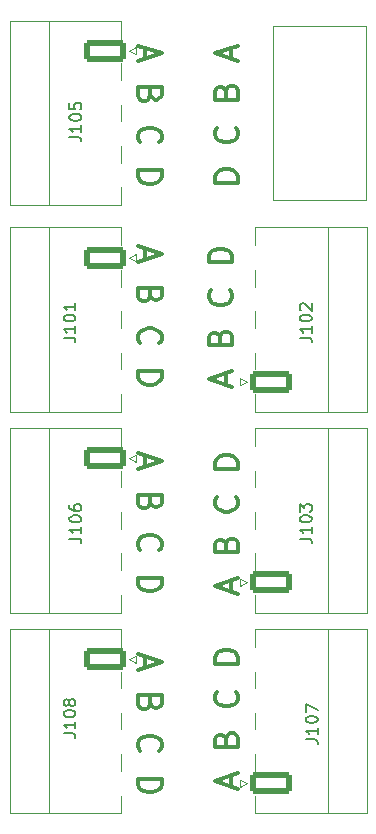
<source format=gbr>
%TF.GenerationSoftware,KiCad,Pcbnew,8.0.2*%
%TF.CreationDate,2024-09-06T00:12:25+02:00*%
%TF.ProjectId,splitX_pluggable_4p,73706c69-7458-45f7-906c-75676761626c,rev?*%
%TF.SameCoordinates,Original*%
%TF.FileFunction,Legend,Top*%
%TF.FilePolarity,Positive*%
%FSLAX46Y46*%
G04 Gerber Fmt 4.6, Leading zero omitted, Abs format (unit mm)*
G04 Created by KiCad (PCBNEW 8.0.2) date 2024-09-06 00:12:25*
%MOMM*%
%LPD*%
G01*
G04 APERTURE LIST*
G04 Aperture macros list*
%AMRoundRect*
0 Rectangle with rounded corners*
0 $1 Rounding radius*
0 $2 $3 $4 $5 $6 $7 $8 $9 X,Y pos of 4 corners*
0 Add a 4 corners polygon primitive as box body*
4,1,4,$2,$3,$4,$5,$6,$7,$8,$9,$2,$3,0*
0 Add four circle primitives for the rounded corners*
1,1,$1+$1,$2,$3*
1,1,$1+$1,$4,$5*
1,1,$1+$1,$6,$7*
1,1,$1+$1,$8,$9*
0 Add four rect primitives between the rounded corners*
20,1,$1+$1,$2,$3,$4,$5,0*
20,1,$1+$1,$4,$5,$6,$7,0*
20,1,$1+$1,$6,$7,$8,$9,0*
20,1,$1+$1,$8,$9,$2,$3,0*%
G04 Aperture macros list end*
%ADD10C,0.300000*%
%ADD11C,0.150000*%
%ADD12C,0.120000*%
%ADD13C,0.100000*%
%ADD14C,3.200000*%
%ADD15RoundRect,0.250000X-1.550000X0.650000X-1.550000X-0.650000X1.550000X-0.650000X1.550000X0.650000X0*%
%ADD16O,3.600000X1.800000*%
%ADD17RoundRect,0.250000X1.550000X-0.650000X1.550000X0.650000X-1.550000X0.650000X-1.550000X-0.650000X0*%
%ADD18C,2.200000*%
G04 APERTURE END LIST*
D10*
X94331790Y-47238094D02*
X94331790Y-48190475D01*
X93760361Y-47047618D02*
X95760361Y-47714284D01*
X95760361Y-47714284D02*
X93760361Y-48380951D01*
X94807980Y-51238095D02*
X94712742Y-51523809D01*
X94712742Y-51523809D02*
X94617504Y-51619047D01*
X94617504Y-51619047D02*
X94427028Y-51714285D01*
X94427028Y-51714285D02*
X94141314Y-51714285D01*
X94141314Y-51714285D02*
X93950838Y-51619047D01*
X93950838Y-51619047D02*
X93855600Y-51523809D01*
X93855600Y-51523809D02*
X93760361Y-51333333D01*
X93760361Y-51333333D02*
X93760361Y-50571428D01*
X93760361Y-50571428D02*
X95760361Y-50571428D01*
X95760361Y-50571428D02*
X95760361Y-51238095D01*
X95760361Y-51238095D02*
X95665123Y-51428571D01*
X95665123Y-51428571D02*
X95569885Y-51523809D01*
X95569885Y-51523809D02*
X95379409Y-51619047D01*
X95379409Y-51619047D02*
X95188933Y-51619047D01*
X95188933Y-51619047D02*
X94998457Y-51523809D01*
X94998457Y-51523809D02*
X94903219Y-51428571D01*
X94903219Y-51428571D02*
X94807980Y-51238095D01*
X94807980Y-51238095D02*
X94807980Y-50571428D01*
X93950838Y-55238095D02*
X93855600Y-55142857D01*
X93855600Y-55142857D02*
X93760361Y-54857143D01*
X93760361Y-54857143D02*
X93760361Y-54666667D01*
X93760361Y-54666667D02*
X93855600Y-54380952D01*
X93855600Y-54380952D02*
X94046076Y-54190476D01*
X94046076Y-54190476D02*
X94236552Y-54095238D01*
X94236552Y-54095238D02*
X94617504Y-54000000D01*
X94617504Y-54000000D02*
X94903219Y-54000000D01*
X94903219Y-54000000D02*
X95284171Y-54095238D01*
X95284171Y-54095238D02*
X95474647Y-54190476D01*
X95474647Y-54190476D02*
X95665123Y-54380952D01*
X95665123Y-54380952D02*
X95760361Y-54666667D01*
X95760361Y-54666667D02*
X95760361Y-54857143D01*
X95760361Y-54857143D02*
X95665123Y-55142857D01*
X95665123Y-55142857D02*
X95569885Y-55238095D01*
X93760361Y-57619048D02*
X95760361Y-57619048D01*
X95760361Y-57619048D02*
X95760361Y-58095238D01*
X95760361Y-58095238D02*
X95665123Y-58380953D01*
X95665123Y-58380953D02*
X95474647Y-58571429D01*
X95474647Y-58571429D02*
X95284171Y-58666667D01*
X95284171Y-58666667D02*
X94903219Y-58761905D01*
X94903219Y-58761905D02*
X94617504Y-58761905D01*
X94617504Y-58761905D02*
X94236552Y-58666667D01*
X94236552Y-58666667D02*
X94046076Y-58571429D01*
X94046076Y-58571429D02*
X93855600Y-58380953D01*
X93855600Y-58380953D02*
X93760361Y-58095238D01*
X93760361Y-58095238D02*
X93760361Y-57619048D01*
X94331790Y-64238094D02*
X94331790Y-65190475D01*
X93760361Y-64047618D02*
X95760361Y-64714284D01*
X95760361Y-64714284D02*
X93760361Y-65380951D01*
X94807980Y-68238095D02*
X94712742Y-68523809D01*
X94712742Y-68523809D02*
X94617504Y-68619047D01*
X94617504Y-68619047D02*
X94427028Y-68714285D01*
X94427028Y-68714285D02*
X94141314Y-68714285D01*
X94141314Y-68714285D02*
X93950838Y-68619047D01*
X93950838Y-68619047D02*
X93855600Y-68523809D01*
X93855600Y-68523809D02*
X93760361Y-68333333D01*
X93760361Y-68333333D02*
X93760361Y-67571428D01*
X93760361Y-67571428D02*
X95760361Y-67571428D01*
X95760361Y-67571428D02*
X95760361Y-68238095D01*
X95760361Y-68238095D02*
X95665123Y-68428571D01*
X95665123Y-68428571D02*
X95569885Y-68523809D01*
X95569885Y-68523809D02*
X95379409Y-68619047D01*
X95379409Y-68619047D02*
X95188933Y-68619047D01*
X95188933Y-68619047D02*
X94998457Y-68523809D01*
X94998457Y-68523809D02*
X94903219Y-68428571D01*
X94903219Y-68428571D02*
X94807980Y-68238095D01*
X94807980Y-68238095D02*
X94807980Y-67571428D01*
X93950838Y-72238095D02*
X93855600Y-72142857D01*
X93855600Y-72142857D02*
X93760361Y-71857143D01*
X93760361Y-71857143D02*
X93760361Y-71666667D01*
X93760361Y-71666667D02*
X93855600Y-71380952D01*
X93855600Y-71380952D02*
X94046076Y-71190476D01*
X94046076Y-71190476D02*
X94236552Y-71095238D01*
X94236552Y-71095238D02*
X94617504Y-71000000D01*
X94617504Y-71000000D02*
X94903219Y-71000000D01*
X94903219Y-71000000D02*
X95284171Y-71095238D01*
X95284171Y-71095238D02*
X95474647Y-71190476D01*
X95474647Y-71190476D02*
X95665123Y-71380952D01*
X95665123Y-71380952D02*
X95760361Y-71666667D01*
X95760361Y-71666667D02*
X95760361Y-71857143D01*
X95760361Y-71857143D02*
X95665123Y-72142857D01*
X95665123Y-72142857D02*
X95569885Y-72238095D01*
X93760361Y-74619048D02*
X95760361Y-74619048D01*
X95760361Y-74619048D02*
X95760361Y-75095238D01*
X95760361Y-75095238D02*
X95665123Y-75380953D01*
X95665123Y-75380953D02*
X95474647Y-75571429D01*
X95474647Y-75571429D02*
X95284171Y-75666667D01*
X95284171Y-75666667D02*
X94903219Y-75761905D01*
X94903219Y-75761905D02*
X94617504Y-75761905D01*
X94617504Y-75761905D02*
X94236552Y-75666667D01*
X94236552Y-75666667D02*
X94046076Y-75571429D01*
X94046076Y-75571429D02*
X93855600Y-75380953D01*
X93855600Y-75380953D02*
X93760361Y-75095238D01*
X93760361Y-75095238D02*
X93760361Y-74619048D01*
X94331790Y-81738094D02*
X94331790Y-82690475D01*
X93760361Y-81547618D02*
X95760361Y-82214284D01*
X95760361Y-82214284D02*
X93760361Y-82880951D01*
X94807980Y-85738095D02*
X94712742Y-86023809D01*
X94712742Y-86023809D02*
X94617504Y-86119047D01*
X94617504Y-86119047D02*
X94427028Y-86214285D01*
X94427028Y-86214285D02*
X94141314Y-86214285D01*
X94141314Y-86214285D02*
X93950838Y-86119047D01*
X93950838Y-86119047D02*
X93855600Y-86023809D01*
X93855600Y-86023809D02*
X93760361Y-85833333D01*
X93760361Y-85833333D02*
X93760361Y-85071428D01*
X93760361Y-85071428D02*
X95760361Y-85071428D01*
X95760361Y-85071428D02*
X95760361Y-85738095D01*
X95760361Y-85738095D02*
X95665123Y-85928571D01*
X95665123Y-85928571D02*
X95569885Y-86023809D01*
X95569885Y-86023809D02*
X95379409Y-86119047D01*
X95379409Y-86119047D02*
X95188933Y-86119047D01*
X95188933Y-86119047D02*
X94998457Y-86023809D01*
X94998457Y-86023809D02*
X94903219Y-85928571D01*
X94903219Y-85928571D02*
X94807980Y-85738095D01*
X94807980Y-85738095D02*
X94807980Y-85071428D01*
X93950838Y-89738095D02*
X93855600Y-89642857D01*
X93855600Y-89642857D02*
X93760361Y-89357143D01*
X93760361Y-89357143D02*
X93760361Y-89166667D01*
X93760361Y-89166667D02*
X93855600Y-88880952D01*
X93855600Y-88880952D02*
X94046076Y-88690476D01*
X94046076Y-88690476D02*
X94236552Y-88595238D01*
X94236552Y-88595238D02*
X94617504Y-88500000D01*
X94617504Y-88500000D02*
X94903219Y-88500000D01*
X94903219Y-88500000D02*
X95284171Y-88595238D01*
X95284171Y-88595238D02*
X95474647Y-88690476D01*
X95474647Y-88690476D02*
X95665123Y-88880952D01*
X95665123Y-88880952D02*
X95760361Y-89166667D01*
X95760361Y-89166667D02*
X95760361Y-89357143D01*
X95760361Y-89357143D02*
X95665123Y-89642857D01*
X95665123Y-89642857D02*
X95569885Y-89738095D01*
X93760361Y-92119048D02*
X95760361Y-92119048D01*
X95760361Y-92119048D02*
X95760361Y-92595238D01*
X95760361Y-92595238D02*
X95665123Y-92880953D01*
X95665123Y-92880953D02*
X95474647Y-93071429D01*
X95474647Y-93071429D02*
X95284171Y-93166667D01*
X95284171Y-93166667D02*
X94903219Y-93261905D01*
X94903219Y-93261905D02*
X94617504Y-93261905D01*
X94617504Y-93261905D02*
X94236552Y-93166667D01*
X94236552Y-93166667D02*
X94046076Y-93071429D01*
X94046076Y-93071429D02*
X93855600Y-92880953D01*
X93855600Y-92880953D02*
X93760361Y-92595238D01*
X93760361Y-92595238D02*
X93760361Y-92119048D01*
X94331790Y-98738094D02*
X94331790Y-99690475D01*
X93760361Y-98547618D02*
X95760361Y-99214284D01*
X95760361Y-99214284D02*
X93760361Y-99880951D01*
X94807980Y-102738095D02*
X94712742Y-103023809D01*
X94712742Y-103023809D02*
X94617504Y-103119047D01*
X94617504Y-103119047D02*
X94427028Y-103214285D01*
X94427028Y-103214285D02*
X94141314Y-103214285D01*
X94141314Y-103214285D02*
X93950838Y-103119047D01*
X93950838Y-103119047D02*
X93855600Y-103023809D01*
X93855600Y-103023809D02*
X93760361Y-102833333D01*
X93760361Y-102833333D02*
X93760361Y-102071428D01*
X93760361Y-102071428D02*
X95760361Y-102071428D01*
X95760361Y-102071428D02*
X95760361Y-102738095D01*
X95760361Y-102738095D02*
X95665123Y-102928571D01*
X95665123Y-102928571D02*
X95569885Y-103023809D01*
X95569885Y-103023809D02*
X95379409Y-103119047D01*
X95379409Y-103119047D02*
X95188933Y-103119047D01*
X95188933Y-103119047D02*
X94998457Y-103023809D01*
X94998457Y-103023809D02*
X94903219Y-102928571D01*
X94903219Y-102928571D02*
X94807980Y-102738095D01*
X94807980Y-102738095D02*
X94807980Y-102071428D01*
X93950838Y-106738095D02*
X93855600Y-106642857D01*
X93855600Y-106642857D02*
X93760361Y-106357143D01*
X93760361Y-106357143D02*
X93760361Y-106166667D01*
X93760361Y-106166667D02*
X93855600Y-105880952D01*
X93855600Y-105880952D02*
X94046076Y-105690476D01*
X94046076Y-105690476D02*
X94236552Y-105595238D01*
X94236552Y-105595238D02*
X94617504Y-105500000D01*
X94617504Y-105500000D02*
X94903219Y-105500000D01*
X94903219Y-105500000D02*
X95284171Y-105595238D01*
X95284171Y-105595238D02*
X95474647Y-105690476D01*
X95474647Y-105690476D02*
X95665123Y-105880952D01*
X95665123Y-105880952D02*
X95760361Y-106166667D01*
X95760361Y-106166667D02*
X95760361Y-106357143D01*
X95760361Y-106357143D02*
X95665123Y-106642857D01*
X95665123Y-106642857D02*
X95569885Y-106738095D01*
X93760361Y-109119048D02*
X95760361Y-109119048D01*
X95760361Y-109119048D02*
X95760361Y-109595238D01*
X95760361Y-109595238D02*
X95665123Y-109880953D01*
X95665123Y-109880953D02*
X95474647Y-110071429D01*
X95474647Y-110071429D02*
X95284171Y-110166667D01*
X95284171Y-110166667D02*
X94903219Y-110261905D01*
X94903219Y-110261905D02*
X94617504Y-110261905D01*
X94617504Y-110261905D02*
X94236552Y-110166667D01*
X94236552Y-110166667D02*
X94046076Y-110071429D01*
X94046076Y-110071429D02*
X93855600Y-109880953D01*
X93855600Y-109880953D02*
X93760361Y-109595238D01*
X93760361Y-109595238D02*
X93760361Y-109119048D01*
X101668209Y-109761905D02*
X101668209Y-108809524D01*
X102239638Y-109952381D02*
X100239638Y-109285715D01*
X100239638Y-109285715D02*
X102239638Y-108619048D01*
X101192019Y-105761904D02*
X101287257Y-105476190D01*
X101287257Y-105476190D02*
X101382495Y-105380952D01*
X101382495Y-105380952D02*
X101572971Y-105285714D01*
X101572971Y-105285714D02*
X101858685Y-105285714D01*
X101858685Y-105285714D02*
X102049161Y-105380952D01*
X102049161Y-105380952D02*
X102144400Y-105476190D01*
X102144400Y-105476190D02*
X102239638Y-105666666D01*
X102239638Y-105666666D02*
X102239638Y-106428571D01*
X102239638Y-106428571D02*
X100239638Y-106428571D01*
X100239638Y-106428571D02*
X100239638Y-105761904D01*
X100239638Y-105761904D02*
X100334876Y-105571428D01*
X100334876Y-105571428D02*
X100430114Y-105476190D01*
X100430114Y-105476190D02*
X100620590Y-105380952D01*
X100620590Y-105380952D02*
X100811066Y-105380952D01*
X100811066Y-105380952D02*
X101001542Y-105476190D01*
X101001542Y-105476190D02*
X101096780Y-105571428D01*
X101096780Y-105571428D02*
X101192019Y-105761904D01*
X101192019Y-105761904D02*
X101192019Y-106428571D01*
X102049161Y-101761904D02*
X102144400Y-101857142D01*
X102144400Y-101857142D02*
X102239638Y-102142856D01*
X102239638Y-102142856D02*
X102239638Y-102333332D01*
X102239638Y-102333332D02*
X102144400Y-102619047D01*
X102144400Y-102619047D02*
X101953923Y-102809523D01*
X101953923Y-102809523D02*
X101763447Y-102904761D01*
X101763447Y-102904761D02*
X101382495Y-102999999D01*
X101382495Y-102999999D02*
X101096780Y-102999999D01*
X101096780Y-102999999D02*
X100715828Y-102904761D01*
X100715828Y-102904761D02*
X100525352Y-102809523D01*
X100525352Y-102809523D02*
X100334876Y-102619047D01*
X100334876Y-102619047D02*
X100239638Y-102333332D01*
X100239638Y-102333332D02*
X100239638Y-102142856D01*
X100239638Y-102142856D02*
X100334876Y-101857142D01*
X100334876Y-101857142D02*
X100430114Y-101761904D01*
X102239638Y-99380951D02*
X100239638Y-99380951D01*
X100239638Y-99380951D02*
X100239638Y-98904761D01*
X100239638Y-98904761D02*
X100334876Y-98619046D01*
X100334876Y-98619046D02*
X100525352Y-98428570D01*
X100525352Y-98428570D02*
X100715828Y-98333332D01*
X100715828Y-98333332D02*
X101096780Y-98238094D01*
X101096780Y-98238094D02*
X101382495Y-98238094D01*
X101382495Y-98238094D02*
X101763447Y-98333332D01*
X101763447Y-98333332D02*
X101953923Y-98428570D01*
X101953923Y-98428570D02*
X102144400Y-98619046D01*
X102144400Y-98619046D02*
X102239638Y-98904761D01*
X102239638Y-98904761D02*
X102239638Y-99380951D01*
X101668209Y-93261905D02*
X101668209Y-92309524D01*
X102239638Y-93452381D02*
X100239638Y-92785715D01*
X100239638Y-92785715D02*
X102239638Y-92119048D01*
X101192019Y-89261904D02*
X101287257Y-88976190D01*
X101287257Y-88976190D02*
X101382495Y-88880952D01*
X101382495Y-88880952D02*
X101572971Y-88785714D01*
X101572971Y-88785714D02*
X101858685Y-88785714D01*
X101858685Y-88785714D02*
X102049161Y-88880952D01*
X102049161Y-88880952D02*
X102144400Y-88976190D01*
X102144400Y-88976190D02*
X102239638Y-89166666D01*
X102239638Y-89166666D02*
X102239638Y-89928571D01*
X102239638Y-89928571D02*
X100239638Y-89928571D01*
X100239638Y-89928571D02*
X100239638Y-89261904D01*
X100239638Y-89261904D02*
X100334876Y-89071428D01*
X100334876Y-89071428D02*
X100430114Y-88976190D01*
X100430114Y-88976190D02*
X100620590Y-88880952D01*
X100620590Y-88880952D02*
X100811066Y-88880952D01*
X100811066Y-88880952D02*
X101001542Y-88976190D01*
X101001542Y-88976190D02*
X101096780Y-89071428D01*
X101096780Y-89071428D02*
X101192019Y-89261904D01*
X101192019Y-89261904D02*
X101192019Y-89928571D01*
X102049161Y-85261904D02*
X102144400Y-85357142D01*
X102144400Y-85357142D02*
X102239638Y-85642856D01*
X102239638Y-85642856D02*
X102239638Y-85833332D01*
X102239638Y-85833332D02*
X102144400Y-86119047D01*
X102144400Y-86119047D02*
X101953923Y-86309523D01*
X101953923Y-86309523D02*
X101763447Y-86404761D01*
X101763447Y-86404761D02*
X101382495Y-86499999D01*
X101382495Y-86499999D02*
X101096780Y-86499999D01*
X101096780Y-86499999D02*
X100715828Y-86404761D01*
X100715828Y-86404761D02*
X100525352Y-86309523D01*
X100525352Y-86309523D02*
X100334876Y-86119047D01*
X100334876Y-86119047D02*
X100239638Y-85833332D01*
X100239638Y-85833332D02*
X100239638Y-85642856D01*
X100239638Y-85642856D02*
X100334876Y-85357142D01*
X100334876Y-85357142D02*
X100430114Y-85261904D01*
X102239638Y-82880951D02*
X100239638Y-82880951D01*
X100239638Y-82880951D02*
X100239638Y-82404761D01*
X100239638Y-82404761D02*
X100334876Y-82119046D01*
X100334876Y-82119046D02*
X100525352Y-81928570D01*
X100525352Y-81928570D02*
X100715828Y-81833332D01*
X100715828Y-81833332D02*
X101096780Y-81738094D01*
X101096780Y-81738094D02*
X101382495Y-81738094D01*
X101382495Y-81738094D02*
X101763447Y-81833332D01*
X101763447Y-81833332D02*
X101953923Y-81928570D01*
X101953923Y-81928570D02*
X102144400Y-82119046D01*
X102144400Y-82119046D02*
X102239638Y-82404761D01*
X102239638Y-82404761D02*
X102239638Y-82880951D01*
X101168209Y-75761905D02*
X101168209Y-74809524D01*
X101739638Y-75952381D02*
X99739638Y-75285715D01*
X99739638Y-75285715D02*
X101739638Y-74619048D01*
X100692019Y-71761904D02*
X100787257Y-71476190D01*
X100787257Y-71476190D02*
X100882495Y-71380952D01*
X100882495Y-71380952D02*
X101072971Y-71285714D01*
X101072971Y-71285714D02*
X101358685Y-71285714D01*
X101358685Y-71285714D02*
X101549161Y-71380952D01*
X101549161Y-71380952D02*
X101644400Y-71476190D01*
X101644400Y-71476190D02*
X101739638Y-71666666D01*
X101739638Y-71666666D02*
X101739638Y-72428571D01*
X101739638Y-72428571D02*
X99739638Y-72428571D01*
X99739638Y-72428571D02*
X99739638Y-71761904D01*
X99739638Y-71761904D02*
X99834876Y-71571428D01*
X99834876Y-71571428D02*
X99930114Y-71476190D01*
X99930114Y-71476190D02*
X100120590Y-71380952D01*
X100120590Y-71380952D02*
X100311066Y-71380952D01*
X100311066Y-71380952D02*
X100501542Y-71476190D01*
X100501542Y-71476190D02*
X100596780Y-71571428D01*
X100596780Y-71571428D02*
X100692019Y-71761904D01*
X100692019Y-71761904D02*
X100692019Y-72428571D01*
X101549161Y-67761904D02*
X101644400Y-67857142D01*
X101644400Y-67857142D02*
X101739638Y-68142856D01*
X101739638Y-68142856D02*
X101739638Y-68333332D01*
X101739638Y-68333332D02*
X101644400Y-68619047D01*
X101644400Y-68619047D02*
X101453923Y-68809523D01*
X101453923Y-68809523D02*
X101263447Y-68904761D01*
X101263447Y-68904761D02*
X100882495Y-68999999D01*
X100882495Y-68999999D02*
X100596780Y-68999999D01*
X100596780Y-68999999D02*
X100215828Y-68904761D01*
X100215828Y-68904761D02*
X100025352Y-68809523D01*
X100025352Y-68809523D02*
X99834876Y-68619047D01*
X99834876Y-68619047D02*
X99739638Y-68333332D01*
X99739638Y-68333332D02*
X99739638Y-68142856D01*
X99739638Y-68142856D02*
X99834876Y-67857142D01*
X99834876Y-67857142D02*
X99930114Y-67761904D01*
X101739638Y-65380951D02*
X99739638Y-65380951D01*
X99739638Y-65380951D02*
X99739638Y-64904761D01*
X99739638Y-64904761D02*
X99834876Y-64619046D01*
X99834876Y-64619046D02*
X100025352Y-64428570D01*
X100025352Y-64428570D02*
X100215828Y-64333332D01*
X100215828Y-64333332D02*
X100596780Y-64238094D01*
X100596780Y-64238094D02*
X100882495Y-64238094D01*
X100882495Y-64238094D02*
X101263447Y-64333332D01*
X101263447Y-64333332D02*
X101453923Y-64428570D01*
X101453923Y-64428570D02*
X101644400Y-64619046D01*
X101644400Y-64619046D02*
X101739638Y-64904761D01*
X101739638Y-64904761D02*
X101739638Y-65380951D01*
X102239638Y-58666667D02*
X100239638Y-58666667D01*
X100239638Y-58666667D02*
X100239638Y-58190477D01*
X100239638Y-58190477D02*
X100334876Y-57904762D01*
X100334876Y-57904762D02*
X100525352Y-57714286D01*
X100525352Y-57714286D02*
X100715828Y-57619048D01*
X100715828Y-57619048D02*
X101096780Y-57523810D01*
X101096780Y-57523810D02*
X101382495Y-57523810D01*
X101382495Y-57523810D02*
X101763447Y-57619048D01*
X101763447Y-57619048D02*
X101953923Y-57714286D01*
X101953923Y-57714286D02*
X102144400Y-57904762D01*
X102144400Y-57904762D02*
X102239638Y-58190477D01*
X102239638Y-58190477D02*
X102239638Y-58666667D01*
X102049161Y-54000000D02*
X102144400Y-54095238D01*
X102144400Y-54095238D02*
X102239638Y-54380952D01*
X102239638Y-54380952D02*
X102239638Y-54571428D01*
X102239638Y-54571428D02*
X102144400Y-54857143D01*
X102144400Y-54857143D02*
X101953923Y-55047619D01*
X101953923Y-55047619D02*
X101763447Y-55142857D01*
X101763447Y-55142857D02*
X101382495Y-55238095D01*
X101382495Y-55238095D02*
X101096780Y-55238095D01*
X101096780Y-55238095D02*
X100715828Y-55142857D01*
X100715828Y-55142857D02*
X100525352Y-55047619D01*
X100525352Y-55047619D02*
X100334876Y-54857143D01*
X100334876Y-54857143D02*
X100239638Y-54571428D01*
X100239638Y-54571428D02*
X100239638Y-54380952D01*
X100239638Y-54380952D02*
X100334876Y-54095238D01*
X100334876Y-54095238D02*
X100430114Y-54000000D01*
X101192019Y-50952380D02*
X101287257Y-50666666D01*
X101287257Y-50666666D02*
X101382495Y-50571428D01*
X101382495Y-50571428D02*
X101572971Y-50476190D01*
X101572971Y-50476190D02*
X101858685Y-50476190D01*
X101858685Y-50476190D02*
X102049161Y-50571428D01*
X102049161Y-50571428D02*
X102144400Y-50666666D01*
X102144400Y-50666666D02*
X102239638Y-50857142D01*
X102239638Y-50857142D02*
X102239638Y-51619047D01*
X102239638Y-51619047D02*
X100239638Y-51619047D01*
X100239638Y-51619047D02*
X100239638Y-50952380D01*
X100239638Y-50952380D02*
X100334876Y-50761904D01*
X100334876Y-50761904D02*
X100430114Y-50666666D01*
X100430114Y-50666666D02*
X100620590Y-50571428D01*
X100620590Y-50571428D02*
X100811066Y-50571428D01*
X100811066Y-50571428D02*
X101001542Y-50666666D01*
X101001542Y-50666666D02*
X101096780Y-50761904D01*
X101096780Y-50761904D02*
X101192019Y-50952380D01*
X101192019Y-50952380D02*
X101192019Y-51619047D01*
X101668209Y-48190475D02*
X101668209Y-47238094D01*
X102239638Y-48380951D02*
X100239638Y-47714285D01*
X100239638Y-47714285D02*
X102239638Y-47047618D01*
D11*
X87454819Y-105285714D02*
X88169104Y-105285714D01*
X88169104Y-105285714D02*
X88311961Y-105333333D01*
X88311961Y-105333333D02*
X88407200Y-105428571D01*
X88407200Y-105428571D02*
X88454819Y-105571428D01*
X88454819Y-105571428D02*
X88454819Y-105666666D01*
X88454819Y-104285714D02*
X88454819Y-104857142D01*
X88454819Y-104571428D02*
X87454819Y-104571428D01*
X87454819Y-104571428D02*
X87597676Y-104666666D01*
X87597676Y-104666666D02*
X87692914Y-104761904D01*
X87692914Y-104761904D02*
X87740533Y-104857142D01*
X87454819Y-103666666D02*
X87454819Y-103571428D01*
X87454819Y-103571428D02*
X87502438Y-103476190D01*
X87502438Y-103476190D02*
X87550057Y-103428571D01*
X87550057Y-103428571D02*
X87645295Y-103380952D01*
X87645295Y-103380952D02*
X87835771Y-103333333D01*
X87835771Y-103333333D02*
X88073866Y-103333333D01*
X88073866Y-103333333D02*
X88264342Y-103380952D01*
X88264342Y-103380952D02*
X88359580Y-103428571D01*
X88359580Y-103428571D02*
X88407200Y-103476190D01*
X88407200Y-103476190D02*
X88454819Y-103571428D01*
X88454819Y-103571428D02*
X88454819Y-103666666D01*
X88454819Y-103666666D02*
X88407200Y-103761904D01*
X88407200Y-103761904D02*
X88359580Y-103809523D01*
X88359580Y-103809523D02*
X88264342Y-103857142D01*
X88264342Y-103857142D02*
X88073866Y-103904761D01*
X88073866Y-103904761D02*
X87835771Y-103904761D01*
X87835771Y-103904761D02*
X87645295Y-103857142D01*
X87645295Y-103857142D02*
X87550057Y-103809523D01*
X87550057Y-103809523D02*
X87502438Y-103761904D01*
X87502438Y-103761904D02*
X87454819Y-103666666D01*
X87883390Y-102761904D02*
X87835771Y-102857142D01*
X87835771Y-102857142D02*
X87788152Y-102904761D01*
X87788152Y-102904761D02*
X87692914Y-102952380D01*
X87692914Y-102952380D02*
X87645295Y-102952380D01*
X87645295Y-102952380D02*
X87550057Y-102904761D01*
X87550057Y-102904761D02*
X87502438Y-102857142D01*
X87502438Y-102857142D02*
X87454819Y-102761904D01*
X87454819Y-102761904D02*
X87454819Y-102571428D01*
X87454819Y-102571428D02*
X87502438Y-102476190D01*
X87502438Y-102476190D02*
X87550057Y-102428571D01*
X87550057Y-102428571D02*
X87645295Y-102380952D01*
X87645295Y-102380952D02*
X87692914Y-102380952D01*
X87692914Y-102380952D02*
X87788152Y-102428571D01*
X87788152Y-102428571D02*
X87835771Y-102476190D01*
X87835771Y-102476190D02*
X87883390Y-102571428D01*
X87883390Y-102571428D02*
X87883390Y-102761904D01*
X87883390Y-102761904D02*
X87931009Y-102857142D01*
X87931009Y-102857142D02*
X87978628Y-102904761D01*
X87978628Y-102904761D02*
X88073866Y-102952380D01*
X88073866Y-102952380D02*
X88264342Y-102952380D01*
X88264342Y-102952380D02*
X88359580Y-102904761D01*
X88359580Y-102904761D02*
X88407200Y-102857142D01*
X88407200Y-102857142D02*
X88454819Y-102761904D01*
X88454819Y-102761904D02*
X88454819Y-102571428D01*
X88454819Y-102571428D02*
X88407200Y-102476190D01*
X88407200Y-102476190D02*
X88359580Y-102428571D01*
X88359580Y-102428571D02*
X88264342Y-102380952D01*
X88264342Y-102380952D02*
X88073866Y-102380952D01*
X88073866Y-102380952D02*
X87978628Y-102428571D01*
X87978628Y-102428571D02*
X87931009Y-102476190D01*
X87931009Y-102476190D02*
X87883390Y-102571428D01*
X107954819Y-105785714D02*
X108669104Y-105785714D01*
X108669104Y-105785714D02*
X108811961Y-105833333D01*
X108811961Y-105833333D02*
X108907200Y-105928571D01*
X108907200Y-105928571D02*
X108954819Y-106071428D01*
X108954819Y-106071428D02*
X108954819Y-106166666D01*
X108954819Y-104785714D02*
X108954819Y-105357142D01*
X108954819Y-105071428D02*
X107954819Y-105071428D01*
X107954819Y-105071428D02*
X108097676Y-105166666D01*
X108097676Y-105166666D02*
X108192914Y-105261904D01*
X108192914Y-105261904D02*
X108240533Y-105357142D01*
X107954819Y-104166666D02*
X107954819Y-104071428D01*
X107954819Y-104071428D02*
X108002438Y-103976190D01*
X108002438Y-103976190D02*
X108050057Y-103928571D01*
X108050057Y-103928571D02*
X108145295Y-103880952D01*
X108145295Y-103880952D02*
X108335771Y-103833333D01*
X108335771Y-103833333D02*
X108573866Y-103833333D01*
X108573866Y-103833333D02*
X108764342Y-103880952D01*
X108764342Y-103880952D02*
X108859580Y-103928571D01*
X108859580Y-103928571D02*
X108907200Y-103976190D01*
X108907200Y-103976190D02*
X108954819Y-104071428D01*
X108954819Y-104071428D02*
X108954819Y-104166666D01*
X108954819Y-104166666D02*
X108907200Y-104261904D01*
X108907200Y-104261904D02*
X108859580Y-104309523D01*
X108859580Y-104309523D02*
X108764342Y-104357142D01*
X108764342Y-104357142D02*
X108573866Y-104404761D01*
X108573866Y-104404761D02*
X108335771Y-104404761D01*
X108335771Y-104404761D02*
X108145295Y-104357142D01*
X108145295Y-104357142D02*
X108050057Y-104309523D01*
X108050057Y-104309523D02*
X108002438Y-104261904D01*
X108002438Y-104261904D02*
X107954819Y-104166666D01*
X107954819Y-103499999D02*
X107954819Y-102833333D01*
X107954819Y-102833333D02*
X108954819Y-103261904D01*
X87954819Y-88785714D02*
X88669104Y-88785714D01*
X88669104Y-88785714D02*
X88811961Y-88833333D01*
X88811961Y-88833333D02*
X88907200Y-88928571D01*
X88907200Y-88928571D02*
X88954819Y-89071428D01*
X88954819Y-89071428D02*
X88954819Y-89166666D01*
X88954819Y-87785714D02*
X88954819Y-88357142D01*
X88954819Y-88071428D02*
X87954819Y-88071428D01*
X87954819Y-88071428D02*
X88097676Y-88166666D01*
X88097676Y-88166666D02*
X88192914Y-88261904D01*
X88192914Y-88261904D02*
X88240533Y-88357142D01*
X87954819Y-87166666D02*
X87954819Y-87071428D01*
X87954819Y-87071428D02*
X88002438Y-86976190D01*
X88002438Y-86976190D02*
X88050057Y-86928571D01*
X88050057Y-86928571D02*
X88145295Y-86880952D01*
X88145295Y-86880952D02*
X88335771Y-86833333D01*
X88335771Y-86833333D02*
X88573866Y-86833333D01*
X88573866Y-86833333D02*
X88764342Y-86880952D01*
X88764342Y-86880952D02*
X88859580Y-86928571D01*
X88859580Y-86928571D02*
X88907200Y-86976190D01*
X88907200Y-86976190D02*
X88954819Y-87071428D01*
X88954819Y-87071428D02*
X88954819Y-87166666D01*
X88954819Y-87166666D02*
X88907200Y-87261904D01*
X88907200Y-87261904D02*
X88859580Y-87309523D01*
X88859580Y-87309523D02*
X88764342Y-87357142D01*
X88764342Y-87357142D02*
X88573866Y-87404761D01*
X88573866Y-87404761D02*
X88335771Y-87404761D01*
X88335771Y-87404761D02*
X88145295Y-87357142D01*
X88145295Y-87357142D02*
X88050057Y-87309523D01*
X88050057Y-87309523D02*
X88002438Y-87261904D01*
X88002438Y-87261904D02*
X87954819Y-87166666D01*
X87954819Y-85976190D02*
X87954819Y-86166666D01*
X87954819Y-86166666D02*
X88002438Y-86261904D01*
X88002438Y-86261904D02*
X88050057Y-86309523D01*
X88050057Y-86309523D02*
X88192914Y-86404761D01*
X88192914Y-86404761D02*
X88383390Y-86452380D01*
X88383390Y-86452380D02*
X88764342Y-86452380D01*
X88764342Y-86452380D02*
X88859580Y-86404761D01*
X88859580Y-86404761D02*
X88907200Y-86357142D01*
X88907200Y-86357142D02*
X88954819Y-86261904D01*
X88954819Y-86261904D02*
X88954819Y-86071428D01*
X88954819Y-86071428D02*
X88907200Y-85976190D01*
X88907200Y-85976190D02*
X88859580Y-85928571D01*
X88859580Y-85928571D02*
X88764342Y-85880952D01*
X88764342Y-85880952D02*
X88526247Y-85880952D01*
X88526247Y-85880952D02*
X88431009Y-85928571D01*
X88431009Y-85928571D02*
X88383390Y-85976190D01*
X88383390Y-85976190D02*
X88335771Y-86071428D01*
X88335771Y-86071428D02*
X88335771Y-86261904D01*
X88335771Y-86261904D02*
X88383390Y-86357142D01*
X88383390Y-86357142D02*
X88431009Y-86404761D01*
X88431009Y-86404761D02*
X88526247Y-86452380D01*
X87954819Y-54785714D02*
X88669104Y-54785714D01*
X88669104Y-54785714D02*
X88811961Y-54833333D01*
X88811961Y-54833333D02*
X88907200Y-54928571D01*
X88907200Y-54928571D02*
X88954819Y-55071428D01*
X88954819Y-55071428D02*
X88954819Y-55166666D01*
X88954819Y-53785714D02*
X88954819Y-54357142D01*
X88954819Y-54071428D02*
X87954819Y-54071428D01*
X87954819Y-54071428D02*
X88097676Y-54166666D01*
X88097676Y-54166666D02*
X88192914Y-54261904D01*
X88192914Y-54261904D02*
X88240533Y-54357142D01*
X87954819Y-53166666D02*
X87954819Y-53071428D01*
X87954819Y-53071428D02*
X88002438Y-52976190D01*
X88002438Y-52976190D02*
X88050057Y-52928571D01*
X88050057Y-52928571D02*
X88145295Y-52880952D01*
X88145295Y-52880952D02*
X88335771Y-52833333D01*
X88335771Y-52833333D02*
X88573866Y-52833333D01*
X88573866Y-52833333D02*
X88764342Y-52880952D01*
X88764342Y-52880952D02*
X88859580Y-52928571D01*
X88859580Y-52928571D02*
X88907200Y-52976190D01*
X88907200Y-52976190D02*
X88954819Y-53071428D01*
X88954819Y-53071428D02*
X88954819Y-53166666D01*
X88954819Y-53166666D02*
X88907200Y-53261904D01*
X88907200Y-53261904D02*
X88859580Y-53309523D01*
X88859580Y-53309523D02*
X88764342Y-53357142D01*
X88764342Y-53357142D02*
X88573866Y-53404761D01*
X88573866Y-53404761D02*
X88335771Y-53404761D01*
X88335771Y-53404761D02*
X88145295Y-53357142D01*
X88145295Y-53357142D02*
X88050057Y-53309523D01*
X88050057Y-53309523D02*
X88002438Y-53261904D01*
X88002438Y-53261904D02*
X87954819Y-53166666D01*
X87954819Y-51928571D02*
X87954819Y-52404761D01*
X87954819Y-52404761D02*
X88431009Y-52452380D01*
X88431009Y-52452380D02*
X88383390Y-52404761D01*
X88383390Y-52404761D02*
X88335771Y-52309523D01*
X88335771Y-52309523D02*
X88335771Y-52071428D01*
X88335771Y-52071428D02*
X88383390Y-51976190D01*
X88383390Y-51976190D02*
X88431009Y-51928571D01*
X88431009Y-51928571D02*
X88526247Y-51880952D01*
X88526247Y-51880952D02*
X88764342Y-51880952D01*
X88764342Y-51880952D02*
X88859580Y-51928571D01*
X88859580Y-51928571D02*
X88907200Y-51976190D01*
X88907200Y-51976190D02*
X88954819Y-52071428D01*
X88954819Y-52071428D02*
X88954819Y-52309523D01*
X88954819Y-52309523D02*
X88907200Y-52404761D01*
X88907200Y-52404761D02*
X88859580Y-52452380D01*
X107454819Y-88785714D02*
X108169104Y-88785714D01*
X108169104Y-88785714D02*
X108311961Y-88833333D01*
X108311961Y-88833333D02*
X108407200Y-88928571D01*
X108407200Y-88928571D02*
X108454819Y-89071428D01*
X108454819Y-89071428D02*
X108454819Y-89166666D01*
X108454819Y-87785714D02*
X108454819Y-88357142D01*
X108454819Y-88071428D02*
X107454819Y-88071428D01*
X107454819Y-88071428D02*
X107597676Y-88166666D01*
X107597676Y-88166666D02*
X107692914Y-88261904D01*
X107692914Y-88261904D02*
X107740533Y-88357142D01*
X107454819Y-87166666D02*
X107454819Y-87071428D01*
X107454819Y-87071428D02*
X107502438Y-86976190D01*
X107502438Y-86976190D02*
X107550057Y-86928571D01*
X107550057Y-86928571D02*
X107645295Y-86880952D01*
X107645295Y-86880952D02*
X107835771Y-86833333D01*
X107835771Y-86833333D02*
X108073866Y-86833333D01*
X108073866Y-86833333D02*
X108264342Y-86880952D01*
X108264342Y-86880952D02*
X108359580Y-86928571D01*
X108359580Y-86928571D02*
X108407200Y-86976190D01*
X108407200Y-86976190D02*
X108454819Y-87071428D01*
X108454819Y-87071428D02*
X108454819Y-87166666D01*
X108454819Y-87166666D02*
X108407200Y-87261904D01*
X108407200Y-87261904D02*
X108359580Y-87309523D01*
X108359580Y-87309523D02*
X108264342Y-87357142D01*
X108264342Y-87357142D02*
X108073866Y-87404761D01*
X108073866Y-87404761D02*
X107835771Y-87404761D01*
X107835771Y-87404761D02*
X107645295Y-87357142D01*
X107645295Y-87357142D02*
X107550057Y-87309523D01*
X107550057Y-87309523D02*
X107502438Y-87261904D01*
X107502438Y-87261904D02*
X107454819Y-87166666D01*
X107454819Y-86499999D02*
X107454819Y-85880952D01*
X107454819Y-85880952D02*
X107835771Y-86214285D01*
X107835771Y-86214285D02*
X107835771Y-86071428D01*
X107835771Y-86071428D02*
X107883390Y-85976190D01*
X107883390Y-85976190D02*
X107931009Y-85928571D01*
X107931009Y-85928571D02*
X108026247Y-85880952D01*
X108026247Y-85880952D02*
X108264342Y-85880952D01*
X108264342Y-85880952D02*
X108359580Y-85928571D01*
X108359580Y-85928571D02*
X108407200Y-85976190D01*
X108407200Y-85976190D02*
X108454819Y-86071428D01*
X108454819Y-86071428D02*
X108454819Y-86357142D01*
X108454819Y-86357142D02*
X108407200Y-86452380D01*
X108407200Y-86452380D02*
X108359580Y-86499999D01*
X107454819Y-71785714D02*
X108169104Y-71785714D01*
X108169104Y-71785714D02*
X108311961Y-71833333D01*
X108311961Y-71833333D02*
X108407200Y-71928571D01*
X108407200Y-71928571D02*
X108454819Y-72071428D01*
X108454819Y-72071428D02*
X108454819Y-72166666D01*
X108454819Y-70785714D02*
X108454819Y-71357142D01*
X108454819Y-71071428D02*
X107454819Y-71071428D01*
X107454819Y-71071428D02*
X107597676Y-71166666D01*
X107597676Y-71166666D02*
X107692914Y-71261904D01*
X107692914Y-71261904D02*
X107740533Y-71357142D01*
X107454819Y-70166666D02*
X107454819Y-70071428D01*
X107454819Y-70071428D02*
X107502438Y-69976190D01*
X107502438Y-69976190D02*
X107550057Y-69928571D01*
X107550057Y-69928571D02*
X107645295Y-69880952D01*
X107645295Y-69880952D02*
X107835771Y-69833333D01*
X107835771Y-69833333D02*
X108073866Y-69833333D01*
X108073866Y-69833333D02*
X108264342Y-69880952D01*
X108264342Y-69880952D02*
X108359580Y-69928571D01*
X108359580Y-69928571D02*
X108407200Y-69976190D01*
X108407200Y-69976190D02*
X108454819Y-70071428D01*
X108454819Y-70071428D02*
X108454819Y-70166666D01*
X108454819Y-70166666D02*
X108407200Y-70261904D01*
X108407200Y-70261904D02*
X108359580Y-70309523D01*
X108359580Y-70309523D02*
X108264342Y-70357142D01*
X108264342Y-70357142D02*
X108073866Y-70404761D01*
X108073866Y-70404761D02*
X107835771Y-70404761D01*
X107835771Y-70404761D02*
X107645295Y-70357142D01*
X107645295Y-70357142D02*
X107550057Y-70309523D01*
X107550057Y-70309523D02*
X107502438Y-70261904D01*
X107502438Y-70261904D02*
X107454819Y-70166666D01*
X107550057Y-69452380D02*
X107502438Y-69404761D01*
X107502438Y-69404761D02*
X107454819Y-69309523D01*
X107454819Y-69309523D02*
X107454819Y-69071428D01*
X107454819Y-69071428D02*
X107502438Y-68976190D01*
X107502438Y-68976190D02*
X107550057Y-68928571D01*
X107550057Y-68928571D02*
X107645295Y-68880952D01*
X107645295Y-68880952D02*
X107740533Y-68880952D01*
X107740533Y-68880952D02*
X107883390Y-68928571D01*
X107883390Y-68928571D02*
X108454819Y-69499999D01*
X108454819Y-69499999D02*
X108454819Y-68880952D01*
X87454819Y-71785714D02*
X88169104Y-71785714D01*
X88169104Y-71785714D02*
X88311961Y-71833333D01*
X88311961Y-71833333D02*
X88407200Y-71928571D01*
X88407200Y-71928571D02*
X88454819Y-72071428D01*
X88454819Y-72071428D02*
X88454819Y-72166666D01*
X88454819Y-70785714D02*
X88454819Y-71357142D01*
X88454819Y-71071428D02*
X87454819Y-71071428D01*
X87454819Y-71071428D02*
X87597676Y-71166666D01*
X87597676Y-71166666D02*
X87692914Y-71261904D01*
X87692914Y-71261904D02*
X87740533Y-71357142D01*
X87454819Y-70166666D02*
X87454819Y-70071428D01*
X87454819Y-70071428D02*
X87502438Y-69976190D01*
X87502438Y-69976190D02*
X87550057Y-69928571D01*
X87550057Y-69928571D02*
X87645295Y-69880952D01*
X87645295Y-69880952D02*
X87835771Y-69833333D01*
X87835771Y-69833333D02*
X88073866Y-69833333D01*
X88073866Y-69833333D02*
X88264342Y-69880952D01*
X88264342Y-69880952D02*
X88359580Y-69928571D01*
X88359580Y-69928571D02*
X88407200Y-69976190D01*
X88407200Y-69976190D02*
X88454819Y-70071428D01*
X88454819Y-70071428D02*
X88454819Y-70166666D01*
X88454819Y-70166666D02*
X88407200Y-70261904D01*
X88407200Y-70261904D02*
X88359580Y-70309523D01*
X88359580Y-70309523D02*
X88264342Y-70357142D01*
X88264342Y-70357142D02*
X88073866Y-70404761D01*
X88073866Y-70404761D02*
X87835771Y-70404761D01*
X87835771Y-70404761D02*
X87645295Y-70357142D01*
X87645295Y-70357142D02*
X87550057Y-70309523D01*
X87550057Y-70309523D02*
X87502438Y-70261904D01*
X87502438Y-70261904D02*
X87454819Y-70166666D01*
X88454819Y-68880952D02*
X88454819Y-69452380D01*
X88454819Y-69166666D02*
X87454819Y-69166666D01*
X87454819Y-69166666D02*
X87597676Y-69261904D01*
X87597676Y-69261904D02*
X87692914Y-69357142D01*
X87692914Y-69357142D02*
X87740533Y-69452380D01*
D12*
%TO.C,J108*%
X92310000Y-96440000D02*
X82890000Y-96440000D01*
X92310000Y-96440000D02*
X92310000Y-97950000D01*
X86200000Y-96440000D02*
X86200000Y-112060000D01*
X82890000Y-96440000D02*
X82890000Y-112060000D01*
X93600000Y-98700000D02*
X93600000Y-99300000D01*
X93000000Y-99000000D02*
X93600000Y-98700000D01*
X93600000Y-99300000D02*
X93000000Y-99000000D01*
X92310000Y-100050000D02*
X92310000Y-101450000D01*
X92310000Y-103550000D02*
X92310000Y-104950000D01*
X92310000Y-107050000D02*
X92310000Y-108450000D01*
X92310000Y-112060000D02*
X92310000Y-110550000D01*
X82890000Y-112060000D02*
X92310000Y-112060000D01*
%TO.C,J107*%
X103690000Y-112060000D02*
X113110000Y-112060000D01*
X103690000Y-112060000D02*
X103690000Y-110550000D01*
X109800000Y-112060000D02*
X109800000Y-96440000D01*
X113110000Y-112060000D02*
X113110000Y-96440000D01*
X102400000Y-109800000D02*
X102400000Y-109200000D01*
X103000000Y-109500000D02*
X102400000Y-109800000D01*
X102400000Y-109200000D02*
X103000000Y-109500000D01*
X103690000Y-108450000D02*
X103690000Y-107050000D01*
X103690000Y-104950000D02*
X103690000Y-103550000D01*
X103690000Y-101450000D02*
X103690000Y-100050000D01*
X103690000Y-96440000D02*
X103690000Y-97950000D01*
X113110000Y-96440000D02*
X103690000Y-96440000D01*
%TO.C,J106*%
X92310000Y-79440000D02*
X82890000Y-79440000D01*
X92310000Y-79440000D02*
X92310000Y-80950000D01*
X86200000Y-79440000D02*
X86200000Y-95060000D01*
X82890000Y-79440000D02*
X82890000Y-95060000D01*
X93600000Y-81700000D02*
X93600000Y-82300000D01*
X93000000Y-82000000D02*
X93600000Y-81700000D01*
X93600000Y-82300000D02*
X93000000Y-82000000D01*
X92310000Y-83050000D02*
X92310000Y-84450000D01*
X92310000Y-86550000D02*
X92310000Y-87950000D01*
X92310000Y-90050000D02*
X92310000Y-91450000D01*
X92310000Y-95060000D02*
X92310000Y-93550000D01*
X82890000Y-95060000D02*
X92310000Y-95060000D01*
%TO.C,J105*%
X92310000Y-44940000D02*
X82890000Y-44940000D01*
X92310000Y-44940000D02*
X92310000Y-46450000D01*
X86200000Y-44940000D02*
X86200000Y-60560000D01*
X82890000Y-44940000D02*
X82890000Y-60560000D01*
X93600000Y-47200000D02*
X93600000Y-47800000D01*
X93000000Y-47500000D02*
X93600000Y-47200000D01*
X93600000Y-47800000D02*
X93000000Y-47500000D01*
X92310000Y-48550000D02*
X92310000Y-49950000D01*
X92310000Y-52050000D02*
X92310000Y-53450000D01*
X92310000Y-55550000D02*
X92310000Y-56950000D01*
X92310000Y-60560000D02*
X92310000Y-59050000D01*
X82890000Y-60560000D02*
X92310000Y-60560000D01*
D13*
%TO.C,J104*%
X105150000Y-60150000D02*
X113050000Y-60150000D01*
X105150000Y-60150000D02*
X105150000Y-45350000D01*
X105150000Y-45350000D02*
X113050000Y-45350000D01*
X113050000Y-45350000D02*
X113050000Y-60150000D01*
D12*
%TO.C,J103*%
X103690000Y-95060000D02*
X113110000Y-95060000D01*
X103690000Y-95060000D02*
X103690000Y-93550000D01*
X109800000Y-95060000D02*
X109800000Y-79440000D01*
X113110000Y-95060000D02*
X113110000Y-79440000D01*
X102400000Y-92800000D02*
X102400000Y-92200000D01*
X103000000Y-92500000D02*
X102400000Y-92800000D01*
X102400000Y-92200000D02*
X103000000Y-92500000D01*
X103690000Y-91450000D02*
X103690000Y-90050000D01*
X103690000Y-87950000D02*
X103690000Y-86550000D01*
X103690000Y-84450000D02*
X103690000Y-83050000D01*
X103690000Y-79440000D02*
X103690000Y-80950000D01*
X113110000Y-79440000D02*
X103690000Y-79440000D01*
%TO.C,J102*%
X103690000Y-78060000D02*
X113110000Y-78060000D01*
X103690000Y-78060000D02*
X103690000Y-76550000D01*
X109800000Y-78060000D02*
X109800000Y-62440000D01*
X113110000Y-78060000D02*
X113110000Y-62440000D01*
X102400000Y-75800000D02*
X102400000Y-75200000D01*
X103000000Y-75500000D02*
X102400000Y-75800000D01*
X102400000Y-75200000D02*
X103000000Y-75500000D01*
X103690000Y-74450000D02*
X103690000Y-73050000D01*
X103690000Y-70950000D02*
X103690000Y-69550000D01*
X103690000Y-67450000D02*
X103690000Y-66050000D01*
X103690000Y-62440000D02*
X103690000Y-63950000D01*
X113110000Y-62440000D02*
X103690000Y-62440000D01*
%TO.C,J101*%
X92310000Y-62440000D02*
X82890000Y-62440000D01*
X92310000Y-62440000D02*
X92310000Y-63950000D01*
X86200000Y-62440000D02*
X86200000Y-78060000D01*
X82890000Y-62440000D02*
X82890000Y-78060000D01*
X93600000Y-64700000D02*
X93600000Y-65300000D01*
X93000000Y-65000000D02*
X93600000Y-64700000D01*
X93600000Y-65300000D02*
X93000000Y-65000000D01*
X92310000Y-66050000D02*
X92310000Y-67450000D01*
X92310000Y-69550000D02*
X92310000Y-70950000D01*
X92310000Y-73050000D02*
X92310000Y-74450000D01*
X92310000Y-78060000D02*
X92310000Y-76550000D01*
X82890000Y-78060000D02*
X92310000Y-78060000D01*
%TD*%
%LPC*%
D14*
%TO.C,REF\u002A\u002A*%
X98000000Y-48500000D03*
%TD*%
%TO.C,REF\u002A\u002A*%
X98000000Y-108500000D03*
%TD*%
D15*
%TO.C,J108*%
X91000000Y-99000000D03*
D16*
X91000000Y-102500000D03*
X91000000Y-106000000D03*
X91000000Y-109500000D03*
%TD*%
D17*
%TO.C,J107*%
X105000000Y-109500000D03*
D16*
X105000000Y-106000000D03*
X105000000Y-102500000D03*
X105000000Y-99000000D03*
%TD*%
D15*
%TO.C,J106*%
X91000000Y-82000000D03*
D16*
X91000000Y-85500000D03*
X91000000Y-89000000D03*
X91000000Y-92500000D03*
%TD*%
D15*
%TO.C,J105*%
X91000000Y-47500000D03*
D16*
X91000000Y-51000000D03*
X91000000Y-54500000D03*
X91000000Y-58000000D03*
%TD*%
D18*
%TO.C,J104*%
X107000000Y-58000000D03*
X109500000Y-58000000D03*
X107000000Y-54500000D03*
X109500000Y-54500000D03*
X107000000Y-51000000D03*
X109500000Y-51000000D03*
X107000000Y-47500000D03*
X109500000Y-47500000D03*
%TD*%
D17*
%TO.C,J103*%
X105000000Y-92500000D03*
D16*
X105000000Y-89000000D03*
X105000000Y-85500000D03*
X105000000Y-82000000D03*
%TD*%
D17*
%TO.C,J102*%
X105000000Y-75500000D03*
D16*
X105000000Y-72000000D03*
X105000000Y-68500000D03*
X105000000Y-65000000D03*
%TD*%
D15*
%TO.C,J101*%
X91000000Y-65000000D03*
D16*
X91000000Y-68500000D03*
X91000000Y-72000000D03*
X91000000Y-75500000D03*
%TD*%
%LPD*%
M02*

</source>
